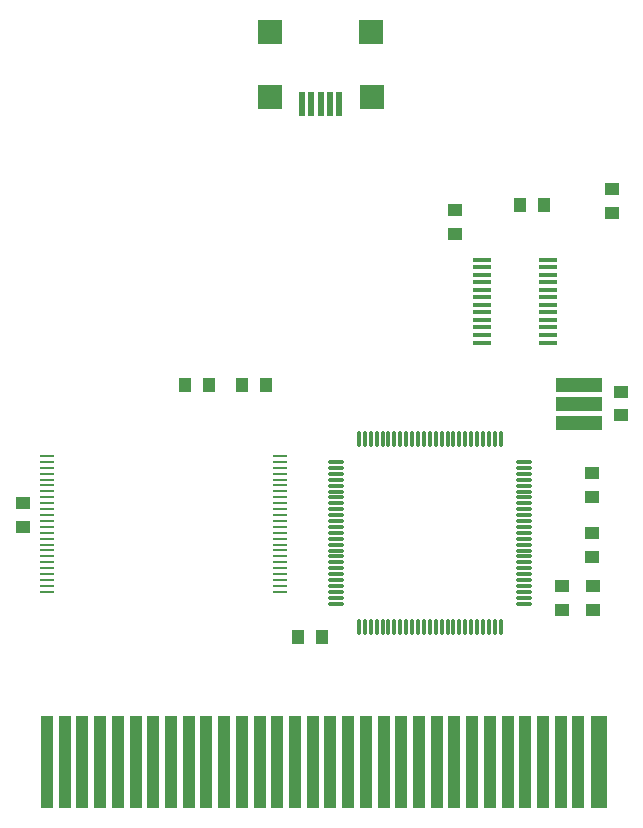
<source format=gbr>
%TF.GenerationSoftware,KiCad,Pcbnew,(6.0.2)*%
%TF.CreationDate,2022-11-15T22:57:49-06:00*%
%TF.ProjectId,REF1714,52454631-3731-4342-9e6b-696361645f70,rev?*%
%TF.SameCoordinates,Original*%
%TF.FileFunction,Paste,Top*%
%TF.FilePolarity,Positive*%
%FSLAX46Y46*%
G04 Gerber Fmt 4.6, Leading zero omitted, Abs format (unit mm)*
G04 Created by KiCad (PCBNEW (6.0.2)) date 2022-11-15 22:57:49*
%MOMM*%
%LPD*%
G01*
G04 APERTURE LIST*
%ADD10R,1.300000X1.000000*%
%ADD11O,0.300000X1.400000*%
%ADD12O,1.400000X0.300000*%
%ADD13R,1.580000X0.400000*%
%ADD14R,1.000000X1.300000*%
%ADD15R,4.000000X1.250000*%
%ADD16R,1.030000X7.780000*%
%ADD17R,1.430000X7.780000*%
%ADD18R,1.206500X0.279400*%
%ADD19R,0.500000X2.000000*%
%ADD20R,2.000000X2.000000*%
G04 APERTURE END LIST*
D10*
%TO.C,R4*%
X174014000Y-101934000D03*
X174015000Y-103958000D03*
%TD*%
%TO.C,R2*%
X171433000Y-111501000D03*
X171434000Y-113525000D03*
%TD*%
D11*
%TO.C,U2*%
X154277000Y-114981000D03*
X154777000Y-114981000D03*
X155277000Y-114981000D03*
X155777000Y-114981000D03*
X156277000Y-114981000D03*
X156777000Y-114981000D03*
X157277000Y-114981000D03*
X157777000Y-114981000D03*
X158277000Y-114981000D03*
X158777000Y-114981000D03*
X159277000Y-114981000D03*
X159777000Y-114981000D03*
X160277000Y-114981000D03*
X160777000Y-114981000D03*
X161277000Y-114981000D03*
X161777000Y-114981000D03*
X162277000Y-114981000D03*
X162777000Y-114981000D03*
X163277000Y-114981000D03*
X163777000Y-114981000D03*
X164277000Y-114981000D03*
X164777000Y-114981000D03*
X165277000Y-114981000D03*
X165777000Y-114981000D03*
X166277000Y-114981000D03*
D12*
X168227000Y-113031000D03*
X168227000Y-112531000D03*
X168227000Y-112031000D03*
X168227000Y-111531000D03*
X168227000Y-111031000D03*
X168227000Y-110531000D03*
X168227000Y-110031000D03*
X168227000Y-109531000D03*
X168227000Y-109031000D03*
X168227000Y-108531000D03*
X168227000Y-108031000D03*
X168227000Y-107531000D03*
X168227000Y-107031000D03*
X168227000Y-106531000D03*
X168227000Y-106031000D03*
X168227000Y-105531000D03*
X168227000Y-105031000D03*
X168227000Y-104531000D03*
X168227000Y-104031000D03*
X168227000Y-103531000D03*
X168227000Y-103031000D03*
X168227000Y-102531000D03*
X168227000Y-102031000D03*
X168227000Y-101531000D03*
X168227000Y-101031000D03*
D11*
X166277000Y-99081000D03*
X165777000Y-99081000D03*
X165277000Y-99081000D03*
X164777000Y-99081000D03*
X164277000Y-99081000D03*
X163777000Y-99081000D03*
X163277000Y-99081000D03*
X162777000Y-99081000D03*
X162277000Y-99081000D03*
X161777000Y-99081000D03*
X161277000Y-99081000D03*
X160777000Y-99081000D03*
X160277000Y-99081000D03*
X159777000Y-99081000D03*
X159277000Y-99081000D03*
X158777000Y-99081000D03*
X158277000Y-99081000D03*
X157777000Y-99081000D03*
X157277000Y-99081000D03*
X156777000Y-99081000D03*
X156277000Y-99081000D03*
X155777000Y-99081000D03*
X155277000Y-99081000D03*
X154777000Y-99081000D03*
X154277000Y-99081000D03*
D12*
X152327000Y-101031000D03*
X152327000Y-101531000D03*
X152327000Y-102031000D03*
X152327000Y-102531000D03*
X152327000Y-103031000D03*
X152327000Y-103531000D03*
X152327000Y-104031000D03*
X152327000Y-104531000D03*
X152327000Y-105031000D03*
X152327000Y-105531000D03*
X152327000Y-106031000D03*
X152327000Y-106531000D03*
X152327000Y-107031000D03*
X152327000Y-107531000D03*
X152327000Y-108031000D03*
X152327000Y-108531000D03*
X152327000Y-109031000D03*
X152327000Y-109531000D03*
X152327000Y-110031000D03*
X152327000Y-110531000D03*
X152327000Y-111031000D03*
X152327000Y-111531000D03*
X152327000Y-112031000D03*
X152327000Y-112531000D03*
X152327000Y-113031000D03*
%TD*%
D13*
%TO.C,U4*%
X170275000Y-90941000D03*
X170277000Y-90263000D03*
X170275000Y-89627000D03*
X170277000Y-89033000D03*
X170277000Y-88359000D03*
X170278000Y-87723000D03*
X170276000Y-87089000D03*
X170276000Y-86453000D03*
X170276000Y-85817000D03*
X170277000Y-85183000D03*
X170276000Y-84547000D03*
X170276000Y-83913000D03*
X164680000Y-83916000D03*
X164680000Y-84548000D03*
X164679000Y-85185000D03*
X164681000Y-85817000D03*
X164680000Y-86453000D03*
X164681000Y-87093000D03*
X164681000Y-87724000D03*
X164681000Y-88358000D03*
X164682000Y-89033000D03*
X164681000Y-89628000D03*
X164680000Y-90264000D03*
X164682000Y-90938000D03*
%TD*%
D14*
%TO.C,C5*%
X167943000Y-79274500D03*
X169967000Y-79273500D03*
%TD*%
D10*
%TO.C,R3*%
X174053000Y-111497000D03*
X174054000Y-113521000D03*
%TD*%
%TO.C,C4*%
X174016000Y-107056000D03*
X174017000Y-109080000D03*
%TD*%
D14*
%TO.C,R1*%
X139527000Y-94554000D03*
X141551000Y-94553000D03*
%TD*%
%TO.C,C3*%
X149131000Y-115863500D03*
X151155000Y-115862500D03*
%TD*%
D15*
%TO.C,Y1*%
X172947000Y-97736000D03*
X172947000Y-94490000D03*
X172945000Y-96110000D03*
%TD*%
D10*
%TO.C,R6*%
X162384000Y-79668000D03*
X162385000Y-81692000D03*
%TD*%
D16*
%TO.C,J3*%
X127859000Y-126447000D03*
X129366000Y-126447000D03*
X130861000Y-126447000D03*
X132368000Y-126447000D03*
X133859000Y-126447000D03*
X135366000Y-126447000D03*
X136861000Y-126447000D03*
X138368000Y-126457000D03*
X139862000Y-126452000D03*
X141361000Y-126456000D03*
X142880000Y-126456000D03*
X144363000Y-126456000D03*
X145870000Y-126456000D03*
X147363000Y-126455000D03*
X148870000Y-126455000D03*
X150377000Y-126455000D03*
X151860000Y-126455000D03*
X153362000Y-126455000D03*
X154868000Y-126455000D03*
X156363000Y-126455000D03*
X157870000Y-126455000D03*
X159365000Y-126455000D03*
X160869000Y-126460000D03*
X162364000Y-126448000D03*
X163859000Y-126448000D03*
X165366000Y-126448000D03*
X166866000Y-126447000D03*
X168361000Y-126447000D03*
X169880000Y-126447000D03*
X171369000Y-126454000D03*
X172864000Y-126454000D03*
D17*
X174562000Y-126454000D03*
%TD*%
D18*
%TO.C,U1*%
X147600250Y-112019499D03*
X147600250Y-111519500D03*
X147600250Y-111019501D03*
X147600250Y-110519499D03*
X147600250Y-110019500D03*
X147600250Y-109519501D03*
X147600250Y-109019500D03*
X147600250Y-108519501D03*
X147600250Y-108019499D03*
X147600250Y-107519500D03*
X147600250Y-107019501D03*
X147600250Y-106519500D03*
X147600250Y-106019500D03*
X147600250Y-105519499D03*
X147600250Y-105019500D03*
X147600250Y-104519501D03*
X147600250Y-104019499D03*
X147600250Y-103519500D03*
X147600250Y-103019499D03*
X147600250Y-102519500D03*
X147600250Y-102019501D03*
X147600250Y-101519499D03*
X147600250Y-101019500D03*
X147600250Y-100519499D03*
X127902550Y-100519501D03*
X127902550Y-101019500D03*
X127902550Y-101519499D03*
X127902550Y-102019501D03*
X127902550Y-102519500D03*
X127902550Y-103019501D03*
X127902550Y-103519500D03*
X127902550Y-104019499D03*
X127902550Y-104519501D03*
X127902550Y-105019500D03*
X127902550Y-105519502D03*
X127902550Y-106019500D03*
X127902550Y-106519500D03*
X127902550Y-107019501D03*
X127902550Y-107519500D03*
X127902550Y-108019499D03*
X127902550Y-108519501D03*
X127902550Y-109019500D03*
X127902550Y-109519501D03*
X127902550Y-110019500D03*
X127902550Y-110519499D03*
X127902550Y-111019501D03*
X127902550Y-111519500D03*
X127902550Y-112019501D03*
%TD*%
D10*
%TO.C,C1*%
X125834000Y-104515000D03*
X125835000Y-106539000D03*
%TD*%
D19*
%TO.C,J1*%
X152585000Y-70750000D03*
X151792000Y-70746000D03*
X151038000Y-70746000D03*
X150247000Y-70750000D03*
X149486000Y-70750000D03*
D20*
X146749000Y-70113000D03*
X155361000Y-70115000D03*
X146711000Y-64595000D03*
X155324000Y-64597000D03*
%TD*%
D10*
%TO.C,R5*%
X176432000Y-95069000D03*
X176433000Y-97093000D03*
%TD*%
%TO.C,C6*%
X175719000Y-77885000D03*
X175720000Y-79909000D03*
%TD*%
D14*
%TO.C,C2*%
X144368000Y-94554500D03*
X146392000Y-94553500D03*
%TD*%
M02*

</source>
